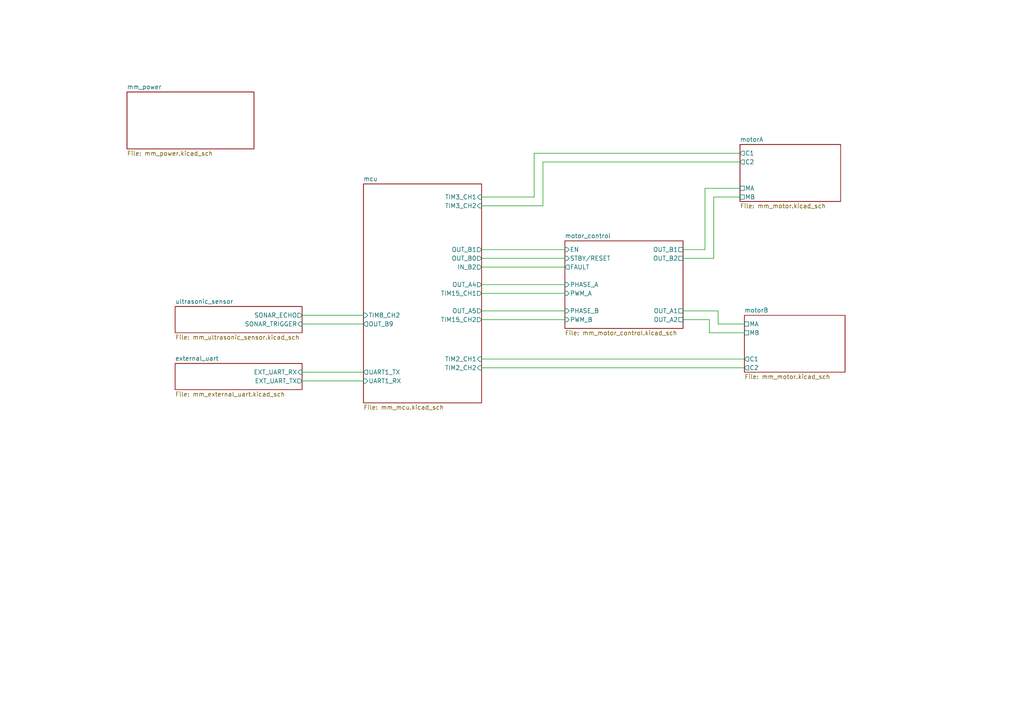
<source format=kicad_sch>
(kicad_sch (version 20230121) (generator eeschema)
  (paper "A4")
  (lib_symbols)
  (wire (pts (xy 87.63 110.49) (xy 105.41 110.49)))
  (wire (pts (xy 139.7 77.47) (xy 163.83 77.47)))
  (wire (pts (xy 139.7 57.15) (xy 154.94 57.15)))
  (wire (pts (xy 139.7 85.09) (xy 163.83 85.09)))
  (wire (pts (xy 198.12 90.17) (xy 208.28 90.17)))
  (wire (pts (xy 139.7 82.55) (xy 163.83 82.55)))
  (wire (pts (xy 204.47 72.39) (xy 204.47 54.61)))
  (wire (pts (xy 139.7 74.93) (xy 163.83 74.93)))
  (wire (pts (xy 198.12 92.71) (xy 205.74 92.71)))
  (wire (pts (xy 139.7 72.39) (xy 163.83 72.39)))
  (wire (pts (xy 157.48 46.99) (xy 157.48 59.69)))
  (wire (pts (xy 204.47 54.61) (xy 214.63 54.61)))
  (wire (pts (xy 87.63 107.95) (xy 105.41 107.95)))
  (wire (pts (xy 87.63 91.44) (xy 105.41 91.44)))
  (wire (pts (xy 139.7 92.71) (xy 163.83 92.71)))
  (wire (pts (xy 214.63 46.99) (xy 157.48 46.99)))
  (wire (pts (xy 207.01 57.15) (xy 214.63 57.15)))
  (wire (pts (xy 208.28 90.17) (xy 208.28 93.98)))
  (wire (pts (xy 205.74 96.52) (xy 215.9 96.52)))
  (wire (pts (xy 208.28 93.98) (xy 215.9 93.98)))
  (wire (pts (xy 205.74 92.71) (xy 205.74 96.52)))
  (wire (pts (xy 198.12 74.93) (xy 207.01 74.93)))
  (wire (pts (xy 139.7 90.17) (xy 163.83 90.17)))
  (wire (pts (xy 139.7 104.14) (xy 215.9 104.14)))
  (wire (pts (xy 87.63 93.98) (xy 105.41 93.98)))
  (wire (pts (xy 139.7 106.68) (xy 215.9 106.68)))
  (wire (pts (xy 154.94 57.15) (xy 154.94 44.45)))
  (wire (pts (xy 198.12 72.39) (xy 204.47 72.39)))
  (wire (pts (xy 207.01 74.93) (xy 207.01 57.15)))
  (wire (pts (xy 157.48 59.69) (xy 139.7 59.69)))
  (wire (pts (xy 154.94 44.45) (xy 214.63 44.45)))
  (sheet (at 163.83 69.85) (size 34.29 25.4) (stroke (width 0.1524))
    (property "Sheetname" "motor_control" (at 163.83 69.1384 0) (effects (justify left bottom)))
    (property "Sheetfile" "mm_motor_control.kicad_sch" (at 163.83 95.8346 0) (effects (justify left top)))
    (pin "OUT_A2" passive (at 198.12 92.71 0))
    (pin "OUT_B1" passive (at 198.12 72.39 0))
    (pin "OUT_B2" passive (at 198.12 74.93 0))
    (pin "OUT_A1" passive (at 198.12 90.17 0))
    (pin "PWM_B" input (at 163.83 92.71 180))
    (pin "PHASE_A" input (at 163.83 82.55 180))
    (pin "PWM_A" input (at 163.83 85.09 180))
    (pin "PHASE_B" input (at 163.83 90.17 180))
    (pin "STBY{slash}RESET" input (at 163.83 74.93 180))
    (pin "EN" input (at 163.83 72.39 180))
    (pin "FAULT" output (at 163.83 77.47 180))
  )
  (sheet (at 50.8 88.9) (size 36.83 7.62) (stroke (width 0.1524))
    (property "Sheetname" "ultrasonic_sensor" (at 50.8 88.1884 0) (effects (justify left bottom)))
    (property "Sheetfile" "mm_ultrasonic_sensor.kicad_sch" (at 50.8 97.1046 0) (effects (justify left top)))
    (pin "SONAR_ECHO" output (at 87.63 91.44 0))
    (pin "SONAR_TRIGGER" input (at 87.63 93.98 0))
  )
  (sheet (at 215.9 91.44) (size 29.21 16.51) (stroke (width 0.1524))
    (property "Sheetname" "motorB" (at 215.9 90.7284 0) (effects (justify left bottom)))
    (property "Sheetfile" "mm_motor.kicad_sch" (at 215.9 108.5346 0) (effects (justify left top)))
    (pin "C1" output (at 215.9 104.14 180))
    (pin "MB" passive (at 215.9 96.52 180))
    (pin "C2" output (at 215.9 106.68 180))
    (pin "MA" passive (at 215.9 93.98 180))
  )
  (sheet (at 36.83 26.67) (size 36.83 16.51) (stroke (width 0.1524))
    (property "Sheetname" "mm_power" (at 36.83 25.9584 0) (effects (justify left bottom)))
    (property "Sheetfile" "mm_power.kicad_sch" (at 36.83 43.7646 0) (effects (justify left top)))
  )
  (sheet (at 214.63 41.91) (size 29.21 16.51) (stroke (width 0.1524))
    (property "Sheetname" "motorA" (at 214.63 41.1984 0) (effects (justify left bottom)))
    (property "Sheetfile" "mm_motor.kicad_sch" (at 214.63 59.0046 0) (effects (justify left top)))
    (pin "C1" output (at 214.63 44.45 180))
    (pin "MB" passive (at 214.63 57.15 180))
    (pin "C2" output (at 214.63 46.99 180))
    (pin "MA" passive (at 214.63 54.61 180))
  )
  (sheet (at 105.41 53.34) (size 34.29 63.5) (stroke (width 0.1524))
    (property "Sheetname" "mcu" (at 105.41 52.6284 0) (effects (justify left bottom)))
    (property "Sheetfile" "mm_mcu.kicad_sch" (at 105.41 117.4246 0) (effects (justify left top)))
    (pin "OUT_B0" output (at 139.7 74.93 0))
    (pin "OUT_B1" output (at 139.7 72.39 0))
    (pin "IN_B2" output (at 139.7 77.47 0))
    (pin "UART1_TX" output (at 105.41 107.95 180))
    (pin "UART1_RX" input (at 105.41 110.49 180))
    (pin "TIM8_CH2" input (at 105.41 91.44 180))
    (pin "OUT_B9" output (at 105.41 93.98 180))
    (pin "TIM2_CH2" input (at 139.7 106.68 0))
    (pin "TIM2_CH1" input (at 139.7 104.14 0))
    (pin "TIM15_CH2" output (at 139.7 92.71 0))
    (pin "TIM15_CH1" output (at 139.7 85.09 0))
    (pin "OUT_A4" output (at 139.7 82.55 0))
    (pin "OUT_A5" output (at 139.7 90.17 0))
    (pin "TIM3_CH1" input (at 139.7 57.15 0))
    (pin "TIM3_CH2" input (at 139.7 59.69 0))
  )
  (sheet (at 50.8 105.41) (size 36.83 7.62) (stroke (width 0.1524))
    (property "Sheetname" "external_uart" (at 50.8 104.6984 0) (effects (justify left bottom)))
    (property "Sheetfile" "mm_external_uart.kicad_sch" (at 50.8 113.6146 0) (effects (justify left top)))
    (pin "EXT_UART_RX" input (at 87.63 107.95 0))
    (pin "EXT_UART_TX" output (at 87.63 110.49 0))
  )
)
</source>
